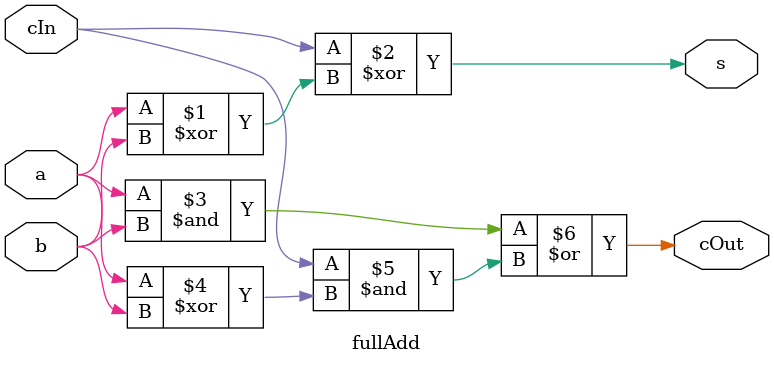
<source format=v>
`timescale 1ns / 1ps


module fullAdd(
    input a,
    input b,
    input cIn,
    output cOut,
    output s
    );
    assign s = cIn^(a^b);
    assign cOut = (a&b)|(cIn&(a^b));
endmodule

</source>
